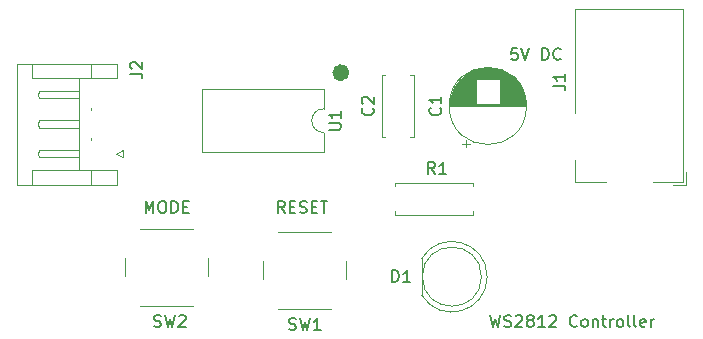
<source format=gbr>
%TF.GenerationSoftware,KiCad,Pcbnew,5.1.6-c6e7f7d~86~ubuntu19.10.1*%
%TF.CreationDate,2020-07-11T11:49:28-04:00*%
%TF.ProjectId,ATtiny85-WS2812-Controller,41547469-6e79-4383-952d-575332383132,rev?*%
%TF.SameCoordinates,Original*%
%TF.FileFunction,Legend,Top*%
%TF.FilePolarity,Positive*%
%FSLAX46Y46*%
G04 Gerber Fmt 4.6, Leading zero omitted, Abs format (unit mm)*
G04 Created by KiCad (PCBNEW 5.1.6-c6e7f7d~86~ubuntu19.10.1) date 2020-07-11 11:49:28*
%MOMM*%
%LPD*%
G01*
G04 APERTURE LIST*
%ADD10C,0.750000*%
%ADD11C,0.150000*%
%ADD12C,0.120000*%
G04 APERTURE END LIST*
D10*
X117190000Y-60706000D02*
G75*
G03*
X117190000Y-60706000I-350000J0D01*
G01*
D11*
X131778571Y-58634380D02*
X131302380Y-58634380D01*
X131254761Y-59110571D01*
X131302380Y-59062952D01*
X131397619Y-59015333D01*
X131635714Y-59015333D01*
X131730952Y-59062952D01*
X131778571Y-59110571D01*
X131826190Y-59205809D01*
X131826190Y-59443904D01*
X131778571Y-59539142D01*
X131730952Y-59586761D01*
X131635714Y-59634380D01*
X131397619Y-59634380D01*
X131302380Y-59586761D01*
X131254761Y-59539142D01*
X132111904Y-58634380D02*
X132445238Y-59634380D01*
X132778571Y-58634380D01*
X133873809Y-59634380D02*
X133873809Y-58634380D01*
X134111904Y-58634380D01*
X134254761Y-58682000D01*
X134350000Y-58777238D01*
X134397619Y-58872476D01*
X134445238Y-59062952D01*
X134445238Y-59205809D01*
X134397619Y-59396285D01*
X134350000Y-59491523D01*
X134254761Y-59586761D01*
X134111904Y-59634380D01*
X133873809Y-59634380D01*
X135445238Y-59539142D02*
X135397619Y-59586761D01*
X135254761Y-59634380D01*
X135159523Y-59634380D01*
X135016666Y-59586761D01*
X134921428Y-59491523D01*
X134873809Y-59396285D01*
X134826190Y-59205809D01*
X134826190Y-59062952D01*
X134873809Y-58872476D01*
X134921428Y-58777238D01*
X135016666Y-58682000D01*
X135159523Y-58634380D01*
X135254761Y-58634380D01*
X135397619Y-58682000D01*
X135445238Y-58729619D01*
X129493238Y-81240380D02*
X129731333Y-82240380D01*
X129921809Y-81526095D01*
X130112285Y-82240380D01*
X130350380Y-81240380D01*
X130683714Y-82192761D02*
X130826571Y-82240380D01*
X131064666Y-82240380D01*
X131159904Y-82192761D01*
X131207523Y-82145142D01*
X131255142Y-82049904D01*
X131255142Y-81954666D01*
X131207523Y-81859428D01*
X131159904Y-81811809D01*
X131064666Y-81764190D01*
X130874190Y-81716571D01*
X130778952Y-81668952D01*
X130731333Y-81621333D01*
X130683714Y-81526095D01*
X130683714Y-81430857D01*
X130731333Y-81335619D01*
X130778952Y-81288000D01*
X130874190Y-81240380D01*
X131112285Y-81240380D01*
X131255142Y-81288000D01*
X131636095Y-81335619D02*
X131683714Y-81288000D01*
X131778952Y-81240380D01*
X132017047Y-81240380D01*
X132112285Y-81288000D01*
X132159904Y-81335619D01*
X132207523Y-81430857D01*
X132207523Y-81526095D01*
X132159904Y-81668952D01*
X131588476Y-82240380D01*
X132207523Y-82240380D01*
X132778952Y-81668952D02*
X132683714Y-81621333D01*
X132636095Y-81573714D01*
X132588476Y-81478476D01*
X132588476Y-81430857D01*
X132636095Y-81335619D01*
X132683714Y-81288000D01*
X132778952Y-81240380D01*
X132969428Y-81240380D01*
X133064666Y-81288000D01*
X133112285Y-81335619D01*
X133159904Y-81430857D01*
X133159904Y-81478476D01*
X133112285Y-81573714D01*
X133064666Y-81621333D01*
X132969428Y-81668952D01*
X132778952Y-81668952D01*
X132683714Y-81716571D01*
X132636095Y-81764190D01*
X132588476Y-81859428D01*
X132588476Y-82049904D01*
X132636095Y-82145142D01*
X132683714Y-82192761D01*
X132778952Y-82240380D01*
X132969428Y-82240380D01*
X133064666Y-82192761D01*
X133112285Y-82145142D01*
X133159904Y-82049904D01*
X133159904Y-81859428D01*
X133112285Y-81764190D01*
X133064666Y-81716571D01*
X132969428Y-81668952D01*
X134112285Y-82240380D02*
X133540857Y-82240380D01*
X133826571Y-82240380D02*
X133826571Y-81240380D01*
X133731333Y-81383238D01*
X133636095Y-81478476D01*
X133540857Y-81526095D01*
X134493238Y-81335619D02*
X134540857Y-81288000D01*
X134636095Y-81240380D01*
X134874190Y-81240380D01*
X134969428Y-81288000D01*
X135017047Y-81335619D01*
X135064666Y-81430857D01*
X135064666Y-81526095D01*
X135017047Y-81668952D01*
X134445619Y-82240380D01*
X135064666Y-82240380D01*
X136826571Y-82145142D02*
X136778952Y-82192761D01*
X136636095Y-82240380D01*
X136540857Y-82240380D01*
X136398000Y-82192761D01*
X136302761Y-82097523D01*
X136255142Y-82002285D01*
X136207523Y-81811809D01*
X136207523Y-81668952D01*
X136255142Y-81478476D01*
X136302761Y-81383238D01*
X136398000Y-81288000D01*
X136540857Y-81240380D01*
X136636095Y-81240380D01*
X136778952Y-81288000D01*
X136826571Y-81335619D01*
X137398000Y-82240380D02*
X137302761Y-82192761D01*
X137255142Y-82145142D01*
X137207523Y-82049904D01*
X137207523Y-81764190D01*
X137255142Y-81668952D01*
X137302761Y-81621333D01*
X137398000Y-81573714D01*
X137540857Y-81573714D01*
X137636095Y-81621333D01*
X137683714Y-81668952D01*
X137731333Y-81764190D01*
X137731333Y-82049904D01*
X137683714Y-82145142D01*
X137636095Y-82192761D01*
X137540857Y-82240380D01*
X137398000Y-82240380D01*
X138159904Y-81573714D02*
X138159904Y-82240380D01*
X138159904Y-81668952D02*
X138207523Y-81621333D01*
X138302761Y-81573714D01*
X138445619Y-81573714D01*
X138540857Y-81621333D01*
X138588476Y-81716571D01*
X138588476Y-82240380D01*
X138921809Y-81573714D02*
X139302761Y-81573714D01*
X139064666Y-81240380D02*
X139064666Y-82097523D01*
X139112285Y-82192761D01*
X139207523Y-82240380D01*
X139302761Y-82240380D01*
X139636095Y-82240380D02*
X139636095Y-81573714D01*
X139636095Y-81764190D02*
X139683714Y-81668952D01*
X139731333Y-81621333D01*
X139826571Y-81573714D01*
X139921809Y-81573714D01*
X140398000Y-82240380D02*
X140302761Y-82192761D01*
X140255142Y-82145142D01*
X140207523Y-82049904D01*
X140207523Y-81764190D01*
X140255142Y-81668952D01*
X140302761Y-81621333D01*
X140398000Y-81573714D01*
X140540857Y-81573714D01*
X140636095Y-81621333D01*
X140683714Y-81668952D01*
X140731333Y-81764190D01*
X140731333Y-82049904D01*
X140683714Y-82145142D01*
X140636095Y-82192761D01*
X140540857Y-82240380D01*
X140398000Y-82240380D01*
X141302761Y-82240380D02*
X141207523Y-82192761D01*
X141159904Y-82097523D01*
X141159904Y-81240380D01*
X141826571Y-82240380D02*
X141731333Y-82192761D01*
X141683714Y-82097523D01*
X141683714Y-81240380D01*
X142588476Y-82192761D02*
X142493238Y-82240380D01*
X142302761Y-82240380D01*
X142207523Y-82192761D01*
X142159904Y-82097523D01*
X142159904Y-81716571D01*
X142207523Y-81621333D01*
X142302761Y-81573714D01*
X142493238Y-81573714D01*
X142588476Y-81621333D01*
X142636095Y-81716571D01*
X142636095Y-81811809D01*
X142159904Y-81907047D01*
X143064666Y-82240380D02*
X143064666Y-81573714D01*
X143064666Y-81764190D02*
X143112285Y-81668952D01*
X143159904Y-81621333D01*
X143255142Y-81573714D01*
X143350380Y-81573714D01*
X112085619Y-72588380D02*
X111752285Y-72112190D01*
X111514190Y-72588380D02*
X111514190Y-71588380D01*
X111895142Y-71588380D01*
X111990380Y-71636000D01*
X112038000Y-71683619D01*
X112085619Y-71778857D01*
X112085619Y-71921714D01*
X112038000Y-72016952D01*
X111990380Y-72064571D01*
X111895142Y-72112190D01*
X111514190Y-72112190D01*
X112514190Y-72064571D02*
X112847523Y-72064571D01*
X112990380Y-72588380D02*
X112514190Y-72588380D01*
X112514190Y-71588380D01*
X112990380Y-71588380D01*
X113371333Y-72540761D02*
X113514190Y-72588380D01*
X113752285Y-72588380D01*
X113847523Y-72540761D01*
X113895142Y-72493142D01*
X113942761Y-72397904D01*
X113942761Y-72302666D01*
X113895142Y-72207428D01*
X113847523Y-72159809D01*
X113752285Y-72112190D01*
X113561809Y-72064571D01*
X113466571Y-72016952D01*
X113418952Y-71969333D01*
X113371333Y-71874095D01*
X113371333Y-71778857D01*
X113418952Y-71683619D01*
X113466571Y-71636000D01*
X113561809Y-71588380D01*
X113799904Y-71588380D01*
X113942761Y-71636000D01*
X114371333Y-72064571D02*
X114704666Y-72064571D01*
X114847523Y-72588380D02*
X114371333Y-72588380D01*
X114371333Y-71588380D01*
X114847523Y-71588380D01*
X115133238Y-71588380D02*
X115704666Y-71588380D01*
X115418952Y-72588380D02*
X115418952Y-71588380D01*
X100298476Y-72588380D02*
X100298476Y-71588380D01*
X100631809Y-72302666D01*
X100965142Y-71588380D01*
X100965142Y-72588380D01*
X101631809Y-71588380D02*
X101822285Y-71588380D01*
X101917523Y-71636000D01*
X102012761Y-71731238D01*
X102060380Y-71921714D01*
X102060380Y-72255047D01*
X102012761Y-72445523D01*
X101917523Y-72540761D01*
X101822285Y-72588380D01*
X101631809Y-72588380D01*
X101536571Y-72540761D01*
X101441333Y-72445523D01*
X101393714Y-72255047D01*
X101393714Y-71921714D01*
X101441333Y-71731238D01*
X101536571Y-71636000D01*
X101631809Y-71588380D01*
X102488952Y-72588380D02*
X102488952Y-71588380D01*
X102727047Y-71588380D01*
X102869904Y-71636000D01*
X102965142Y-71731238D01*
X103012761Y-71826476D01*
X103060380Y-72016952D01*
X103060380Y-72159809D01*
X103012761Y-72350285D01*
X102965142Y-72445523D01*
X102869904Y-72540761D01*
X102727047Y-72588380D01*
X102488952Y-72588380D01*
X103488952Y-72064571D02*
X103822285Y-72064571D01*
X103965142Y-72588380D02*
X103488952Y-72588380D01*
X103488952Y-71588380D01*
X103965142Y-71588380D01*
D12*
%TO.C,U1*%
X115376000Y-65770000D02*
G75*
G02*
X115376000Y-63770000I0J1000000D01*
G01*
X115376000Y-63770000D02*
X115376000Y-62120000D01*
X115376000Y-62120000D02*
X105096000Y-62120000D01*
X105096000Y-62120000D02*
X105096000Y-67420000D01*
X105096000Y-67420000D02*
X115376000Y-67420000D01*
X115376000Y-67420000D02*
X115376000Y-65770000D01*
%TO.C,SW2*%
X99806000Y-80430000D02*
X104306000Y-80430000D01*
X98556000Y-76430000D02*
X98556000Y-77930000D01*
X104306000Y-73930000D02*
X99806000Y-73930000D01*
X105556000Y-77930000D02*
X105556000Y-76430000D01*
%TO.C,SW1*%
X111490000Y-80684000D02*
X115990000Y-80684000D01*
X110240000Y-76684000D02*
X110240000Y-78184000D01*
X115990000Y-74184000D02*
X111490000Y-74184000D01*
X117240000Y-78184000D02*
X117240000Y-76684000D01*
%TO.C,R1*%
X127984000Y-72414000D02*
X127984000Y-72744000D01*
X127984000Y-72744000D02*
X121444000Y-72744000D01*
X121444000Y-72744000D02*
X121444000Y-72414000D01*
X127984000Y-70334000D02*
X127984000Y-70004000D01*
X127984000Y-70004000D02*
X121444000Y-70004000D01*
X121444000Y-70004000D02*
X121444000Y-70334000D01*
%TO.C,J2*%
X95676000Y-68954000D02*
X97876000Y-68954000D01*
X97876000Y-68954000D02*
X97876000Y-70174000D01*
X97876000Y-70174000D02*
X89456000Y-70174000D01*
X89456000Y-70174000D02*
X89456000Y-59954000D01*
X89456000Y-59954000D02*
X97876000Y-59954000D01*
X97876000Y-59954000D02*
X97876000Y-61174000D01*
X97876000Y-61174000D02*
X95676000Y-61174000D01*
X90676000Y-70174000D02*
X90676000Y-68954000D01*
X90676000Y-68954000D02*
X95676000Y-68954000D01*
X95676000Y-68954000D02*
X95676000Y-70174000D01*
X90676000Y-59954000D02*
X90676000Y-61174000D01*
X90676000Y-61174000D02*
X95676000Y-61174000D01*
X95676000Y-61174000D02*
X95676000Y-59954000D01*
X94676000Y-68954000D02*
X94676000Y-61174000D01*
X94676000Y-67564000D02*
X94676000Y-67884000D01*
X94676000Y-67884000D02*
X91256000Y-67884000D01*
X91256000Y-67884000D02*
X91176000Y-67564000D01*
X91176000Y-67564000D02*
X91256000Y-67244000D01*
X91256000Y-67244000D02*
X94676000Y-67244000D01*
X94676000Y-67244000D02*
X94676000Y-67564000D01*
X95676000Y-66394000D02*
X95676000Y-66234000D01*
X94676000Y-65064000D02*
X94676000Y-65384000D01*
X94676000Y-65384000D02*
X91256000Y-65384000D01*
X91256000Y-65384000D02*
X91176000Y-65064000D01*
X91176000Y-65064000D02*
X91256000Y-64744000D01*
X91256000Y-64744000D02*
X94676000Y-64744000D01*
X94676000Y-64744000D02*
X94676000Y-65064000D01*
X95676000Y-63894000D02*
X95676000Y-63734000D01*
X94676000Y-62564000D02*
X94676000Y-62884000D01*
X94676000Y-62884000D02*
X91256000Y-62884000D01*
X91256000Y-62884000D02*
X91176000Y-62564000D01*
X91176000Y-62564000D02*
X91256000Y-62244000D01*
X91256000Y-62244000D02*
X94676000Y-62244000D01*
X94676000Y-62244000D02*
X94676000Y-62564000D01*
X97766000Y-67564000D02*
X98366000Y-67864000D01*
X98366000Y-67864000D02*
X98366000Y-67264000D01*
X98366000Y-67264000D02*
X97766000Y-67564000D01*
%TO.C,J1*%
X144974000Y-70188000D02*
X146024000Y-70188000D01*
X146024000Y-69138000D02*
X146024000Y-70188000D01*
X136624000Y-64088000D02*
X136624000Y-55288000D01*
X136624000Y-55288000D02*
X145824000Y-55288000D01*
X139324000Y-69988000D02*
X136624000Y-69988000D01*
X136624000Y-69988000D02*
X136624000Y-68088000D01*
X145824000Y-55288000D02*
X145824000Y-69988000D01*
X145824000Y-69988000D02*
X143224000Y-69988000D01*
%TO.C,D1*%
X129228000Y-77977538D02*
G75*
G02*
X123678000Y-79522830I-2990000J-462D01*
G01*
X129228000Y-77978462D02*
G75*
G03*
X123678000Y-76433170I-2990000J462D01*
G01*
X128738000Y-77978000D02*
G75*
G03*
X128738000Y-77978000I-2500000J0D01*
G01*
X123678000Y-76433000D02*
X123678000Y-79523000D01*
%TO.C,C2*%
X120296000Y-66160000D02*
X120296000Y-60920000D01*
X123036000Y-66160000D02*
X123036000Y-60920000D01*
X120296000Y-66160000D02*
X120611000Y-66160000D01*
X122721000Y-66160000D02*
X123036000Y-66160000D01*
X120296000Y-60920000D02*
X120611000Y-60920000D01*
X122721000Y-60920000D02*
X123036000Y-60920000D01*
%TO.C,C1*%
X132556000Y-63520000D02*
G75*
G03*
X132556000Y-63520000I-3270000J0D01*
G01*
X126056000Y-63520000D02*
X132516000Y-63520000D01*
X126056000Y-63480000D02*
X132516000Y-63480000D01*
X126056000Y-63440000D02*
X132516000Y-63440000D01*
X126058000Y-63400000D02*
X132514000Y-63400000D01*
X126059000Y-63360000D02*
X132513000Y-63360000D01*
X126062000Y-63320000D02*
X132510000Y-63320000D01*
X126064000Y-63280000D02*
X128246000Y-63280000D01*
X130326000Y-63280000D02*
X132508000Y-63280000D01*
X126068000Y-63240000D02*
X128246000Y-63240000D01*
X130326000Y-63240000D02*
X132504000Y-63240000D01*
X126071000Y-63200000D02*
X128246000Y-63200000D01*
X130326000Y-63200000D02*
X132501000Y-63200000D01*
X126075000Y-63160000D02*
X128246000Y-63160000D01*
X130326000Y-63160000D02*
X132497000Y-63160000D01*
X126080000Y-63120000D02*
X128246000Y-63120000D01*
X130326000Y-63120000D02*
X132492000Y-63120000D01*
X126085000Y-63080000D02*
X128246000Y-63080000D01*
X130326000Y-63080000D02*
X132487000Y-63080000D01*
X126091000Y-63040000D02*
X128246000Y-63040000D01*
X130326000Y-63040000D02*
X132481000Y-63040000D01*
X126097000Y-63000000D02*
X128246000Y-63000000D01*
X130326000Y-63000000D02*
X132475000Y-63000000D01*
X126104000Y-62960000D02*
X128246000Y-62960000D01*
X130326000Y-62960000D02*
X132468000Y-62960000D01*
X126111000Y-62920000D02*
X128246000Y-62920000D01*
X130326000Y-62920000D02*
X132461000Y-62920000D01*
X126119000Y-62880000D02*
X128246000Y-62880000D01*
X130326000Y-62880000D02*
X132453000Y-62880000D01*
X126127000Y-62840000D02*
X128246000Y-62840000D01*
X130326000Y-62840000D02*
X132445000Y-62840000D01*
X126136000Y-62799000D02*
X128246000Y-62799000D01*
X130326000Y-62799000D02*
X132436000Y-62799000D01*
X126145000Y-62759000D02*
X128246000Y-62759000D01*
X130326000Y-62759000D02*
X132427000Y-62759000D01*
X126155000Y-62719000D02*
X128246000Y-62719000D01*
X130326000Y-62719000D02*
X132417000Y-62719000D01*
X126165000Y-62679000D02*
X128246000Y-62679000D01*
X130326000Y-62679000D02*
X132407000Y-62679000D01*
X126176000Y-62639000D02*
X128246000Y-62639000D01*
X130326000Y-62639000D02*
X132396000Y-62639000D01*
X126188000Y-62599000D02*
X128246000Y-62599000D01*
X130326000Y-62599000D02*
X132384000Y-62599000D01*
X126200000Y-62559000D02*
X128246000Y-62559000D01*
X130326000Y-62559000D02*
X132372000Y-62559000D01*
X126212000Y-62519000D02*
X128246000Y-62519000D01*
X130326000Y-62519000D02*
X132360000Y-62519000D01*
X126225000Y-62479000D02*
X128246000Y-62479000D01*
X130326000Y-62479000D02*
X132347000Y-62479000D01*
X126239000Y-62439000D02*
X128246000Y-62439000D01*
X130326000Y-62439000D02*
X132333000Y-62439000D01*
X126253000Y-62399000D02*
X128246000Y-62399000D01*
X130326000Y-62399000D02*
X132319000Y-62399000D01*
X126268000Y-62359000D02*
X128246000Y-62359000D01*
X130326000Y-62359000D02*
X132304000Y-62359000D01*
X126284000Y-62319000D02*
X128246000Y-62319000D01*
X130326000Y-62319000D02*
X132288000Y-62319000D01*
X126300000Y-62279000D02*
X128246000Y-62279000D01*
X130326000Y-62279000D02*
X132272000Y-62279000D01*
X126316000Y-62239000D02*
X128246000Y-62239000D01*
X130326000Y-62239000D02*
X132256000Y-62239000D01*
X126334000Y-62199000D02*
X128246000Y-62199000D01*
X130326000Y-62199000D02*
X132238000Y-62199000D01*
X126352000Y-62159000D02*
X128246000Y-62159000D01*
X130326000Y-62159000D02*
X132220000Y-62159000D01*
X126370000Y-62119000D02*
X128246000Y-62119000D01*
X130326000Y-62119000D02*
X132202000Y-62119000D01*
X126390000Y-62079000D02*
X128246000Y-62079000D01*
X130326000Y-62079000D02*
X132182000Y-62079000D01*
X126410000Y-62039000D02*
X128246000Y-62039000D01*
X130326000Y-62039000D02*
X132162000Y-62039000D01*
X126430000Y-61999000D02*
X128246000Y-61999000D01*
X130326000Y-61999000D02*
X132142000Y-61999000D01*
X126452000Y-61959000D02*
X128246000Y-61959000D01*
X130326000Y-61959000D02*
X132120000Y-61959000D01*
X126474000Y-61919000D02*
X128246000Y-61919000D01*
X130326000Y-61919000D02*
X132098000Y-61919000D01*
X126496000Y-61879000D02*
X128246000Y-61879000D01*
X130326000Y-61879000D02*
X132076000Y-61879000D01*
X126520000Y-61839000D02*
X128246000Y-61839000D01*
X130326000Y-61839000D02*
X132052000Y-61839000D01*
X126544000Y-61799000D02*
X128246000Y-61799000D01*
X130326000Y-61799000D02*
X132028000Y-61799000D01*
X126570000Y-61759000D02*
X128246000Y-61759000D01*
X130326000Y-61759000D02*
X132002000Y-61759000D01*
X126596000Y-61719000D02*
X128246000Y-61719000D01*
X130326000Y-61719000D02*
X131976000Y-61719000D01*
X126622000Y-61679000D02*
X128246000Y-61679000D01*
X130326000Y-61679000D02*
X131950000Y-61679000D01*
X126650000Y-61639000D02*
X128246000Y-61639000D01*
X130326000Y-61639000D02*
X131922000Y-61639000D01*
X126679000Y-61599000D02*
X128246000Y-61599000D01*
X130326000Y-61599000D02*
X131893000Y-61599000D01*
X126708000Y-61559000D02*
X128246000Y-61559000D01*
X130326000Y-61559000D02*
X131864000Y-61559000D01*
X126738000Y-61519000D02*
X128246000Y-61519000D01*
X130326000Y-61519000D02*
X131834000Y-61519000D01*
X126770000Y-61479000D02*
X128246000Y-61479000D01*
X130326000Y-61479000D02*
X131802000Y-61479000D01*
X126802000Y-61439000D02*
X128246000Y-61439000D01*
X130326000Y-61439000D02*
X131770000Y-61439000D01*
X126836000Y-61399000D02*
X128246000Y-61399000D01*
X130326000Y-61399000D02*
X131736000Y-61399000D01*
X126870000Y-61359000D02*
X128246000Y-61359000D01*
X130326000Y-61359000D02*
X131702000Y-61359000D01*
X126906000Y-61319000D02*
X128246000Y-61319000D01*
X130326000Y-61319000D02*
X131666000Y-61319000D01*
X126943000Y-61279000D02*
X128246000Y-61279000D01*
X130326000Y-61279000D02*
X131629000Y-61279000D01*
X126981000Y-61239000D02*
X128246000Y-61239000D01*
X130326000Y-61239000D02*
X131591000Y-61239000D01*
X127021000Y-61199000D02*
X131551000Y-61199000D01*
X127062000Y-61159000D02*
X131510000Y-61159000D01*
X127104000Y-61119000D02*
X131468000Y-61119000D01*
X127149000Y-61079000D02*
X131423000Y-61079000D01*
X127194000Y-61039000D02*
X131378000Y-61039000D01*
X127242000Y-60999000D02*
X131330000Y-60999000D01*
X127291000Y-60959000D02*
X131281000Y-60959000D01*
X127342000Y-60919000D02*
X131230000Y-60919000D01*
X127396000Y-60879000D02*
X131176000Y-60879000D01*
X127452000Y-60839000D02*
X131120000Y-60839000D01*
X127510000Y-60799000D02*
X131062000Y-60799000D01*
X127572000Y-60759000D02*
X131000000Y-60759000D01*
X127636000Y-60719000D02*
X130936000Y-60719000D01*
X127705000Y-60679000D02*
X130867000Y-60679000D01*
X127777000Y-60639000D02*
X130795000Y-60639000D01*
X127854000Y-60599000D02*
X130718000Y-60599000D01*
X127936000Y-60559000D02*
X130636000Y-60559000D01*
X128024000Y-60519000D02*
X130548000Y-60519000D01*
X128121000Y-60479000D02*
X130451000Y-60479000D01*
X128227000Y-60439000D02*
X130345000Y-60439000D01*
X128346000Y-60399000D02*
X130226000Y-60399000D01*
X128484000Y-60359000D02*
X130088000Y-60359000D01*
X128653000Y-60319000D02*
X129919000Y-60319000D01*
X128884000Y-60279000D02*
X129688000Y-60279000D01*
X127447000Y-67020241D02*
X127447000Y-66390241D01*
X127132000Y-66705241D02*
X127762000Y-66705241D01*
%TO.C,U1*%
D11*
X115828380Y-65531904D02*
X116637904Y-65531904D01*
X116733142Y-65484285D01*
X116780761Y-65436666D01*
X116828380Y-65341428D01*
X116828380Y-65150952D01*
X116780761Y-65055714D01*
X116733142Y-65008095D01*
X116637904Y-64960476D01*
X115828380Y-64960476D01*
X116828380Y-63960476D02*
X116828380Y-64531904D01*
X116828380Y-64246190D02*
X115828380Y-64246190D01*
X115971238Y-64341428D01*
X116066476Y-64436666D01*
X116114095Y-64531904D01*
%TO.C,SW2*%
X101028666Y-82192761D02*
X101171523Y-82240380D01*
X101409619Y-82240380D01*
X101504857Y-82192761D01*
X101552476Y-82145142D01*
X101600095Y-82049904D01*
X101600095Y-81954666D01*
X101552476Y-81859428D01*
X101504857Y-81811809D01*
X101409619Y-81764190D01*
X101219142Y-81716571D01*
X101123904Y-81668952D01*
X101076285Y-81621333D01*
X101028666Y-81526095D01*
X101028666Y-81430857D01*
X101076285Y-81335619D01*
X101123904Y-81288000D01*
X101219142Y-81240380D01*
X101457238Y-81240380D01*
X101600095Y-81288000D01*
X101933428Y-81240380D02*
X102171523Y-82240380D01*
X102362000Y-81526095D01*
X102552476Y-82240380D01*
X102790571Y-81240380D01*
X103123904Y-81335619D02*
X103171523Y-81288000D01*
X103266761Y-81240380D01*
X103504857Y-81240380D01*
X103600095Y-81288000D01*
X103647714Y-81335619D01*
X103695333Y-81430857D01*
X103695333Y-81526095D01*
X103647714Y-81668952D01*
X103076285Y-82240380D01*
X103695333Y-82240380D01*
%TO.C,SW1*%
X112458666Y-82446761D02*
X112601523Y-82494380D01*
X112839619Y-82494380D01*
X112934857Y-82446761D01*
X112982476Y-82399142D01*
X113030095Y-82303904D01*
X113030095Y-82208666D01*
X112982476Y-82113428D01*
X112934857Y-82065809D01*
X112839619Y-82018190D01*
X112649142Y-81970571D01*
X112553904Y-81922952D01*
X112506285Y-81875333D01*
X112458666Y-81780095D01*
X112458666Y-81684857D01*
X112506285Y-81589619D01*
X112553904Y-81542000D01*
X112649142Y-81494380D01*
X112887238Y-81494380D01*
X113030095Y-81542000D01*
X113363428Y-81494380D02*
X113601523Y-82494380D01*
X113792000Y-81780095D01*
X113982476Y-82494380D01*
X114220571Y-81494380D01*
X115125333Y-82494380D02*
X114553904Y-82494380D01*
X114839619Y-82494380D02*
X114839619Y-81494380D01*
X114744380Y-81637238D01*
X114649142Y-81732476D01*
X114553904Y-81780095D01*
%TO.C,R1*%
X124801333Y-69286380D02*
X124468000Y-68810190D01*
X124229904Y-69286380D02*
X124229904Y-68286380D01*
X124610857Y-68286380D01*
X124706095Y-68334000D01*
X124753714Y-68381619D01*
X124801333Y-68476857D01*
X124801333Y-68619714D01*
X124753714Y-68714952D01*
X124706095Y-68762571D01*
X124610857Y-68810190D01*
X124229904Y-68810190D01*
X125753714Y-69286380D02*
X125182285Y-69286380D01*
X125468000Y-69286380D02*
X125468000Y-68286380D01*
X125372761Y-68429238D01*
X125277523Y-68524476D01*
X125182285Y-68572095D01*
%TO.C,J2*%
X99020380Y-60785333D02*
X99734666Y-60785333D01*
X99877523Y-60832952D01*
X99972761Y-60928190D01*
X100020380Y-61071047D01*
X100020380Y-61166285D01*
X99115619Y-60356761D02*
X99068000Y-60309142D01*
X99020380Y-60213904D01*
X99020380Y-59975809D01*
X99068000Y-59880571D01*
X99115619Y-59832952D01*
X99210857Y-59785333D01*
X99306095Y-59785333D01*
X99448952Y-59832952D01*
X100020380Y-60404380D01*
X100020380Y-59785333D01*
%TO.C,J1*%
X134834380Y-61801333D02*
X135548666Y-61801333D01*
X135691523Y-61848952D01*
X135786761Y-61944190D01*
X135834380Y-62087047D01*
X135834380Y-62182285D01*
X135834380Y-60801333D02*
X135834380Y-61372761D01*
X135834380Y-61087047D02*
X134834380Y-61087047D01*
X134977238Y-61182285D01*
X135072476Y-61277523D01*
X135120095Y-61372761D01*
%TO.C,D1*%
X121181904Y-78430380D02*
X121181904Y-77430380D01*
X121420000Y-77430380D01*
X121562857Y-77478000D01*
X121658095Y-77573238D01*
X121705714Y-77668476D01*
X121753333Y-77858952D01*
X121753333Y-78001809D01*
X121705714Y-78192285D01*
X121658095Y-78287523D01*
X121562857Y-78382761D01*
X121420000Y-78430380D01*
X121181904Y-78430380D01*
X122705714Y-78430380D02*
X122134285Y-78430380D01*
X122420000Y-78430380D02*
X122420000Y-77430380D01*
X122324761Y-77573238D01*
X122229523Y-77668476D01*
X122134285Y-77716095D01*
%TO.C,C2*%
X119523142Y-63706666D02*
X119570761Y-63754285D01*
X119618380Y-63897142D01*
X119618380Y-63992380D01*
X119570761Y-64135238D01*
X119475523Y-64230476D01*
X119380285Y-64278095D01*
X119189809Y-64325714D01*
X119046952Y-64325714D01*
X118856476Y-64278095D01*
X118761238Y-64230476D01*
X118666000Y-64135238D01*
X118618380Y-63992380D01*
X118618380Y-63897142D01*
X118666000Y-63754285D01*
X118713619Y-63706666D01*
X118713619Y-63325714D02*
X118666000Y-63278095D01*
X118618380Y-63182857D01*
X118618380Y-62944761D01*
X118666000Y-62849523D01*
X118713619Y-62801904D01*
X118808857Y-62754285D01*
X118904095Y-62754285D01*
X119046952Y-62801904D01*
X119618380Y-63373333D01*
X119618380Y-62754285D01*
%TO.C,C1*%
X125243142Y-63686666D02*
X125290761Y-63734285D01*
X125338380Y-63877142D01*
X125338380Y-63972380D01*
X125290761Y-64115238D01*
X125195523Y-64210476D01*
X125100285Y-64258095D01*
X124909809Y-64305714D01*
X124766952Y-64305714D01*
X124576476Y-64258095D01*
X124481238Y-64210476D01*
X124386000Y-64115238D01*
X124338380Y-63972380D01*
X124338380Y-63877142D01*
X124386000Y-63734285D01*
X124433619Y-63686666D01*
X125338380Y-62734285D02*
X125338380Y-63305714D01*
X125338380Y-63020000D02*
X124338380Y-63020000D01*
X124481238Y-63115238D01*
X124576476Y-63210476D01*
X124624095Y-63305714D01*
%TD*%
M02*

</source>
